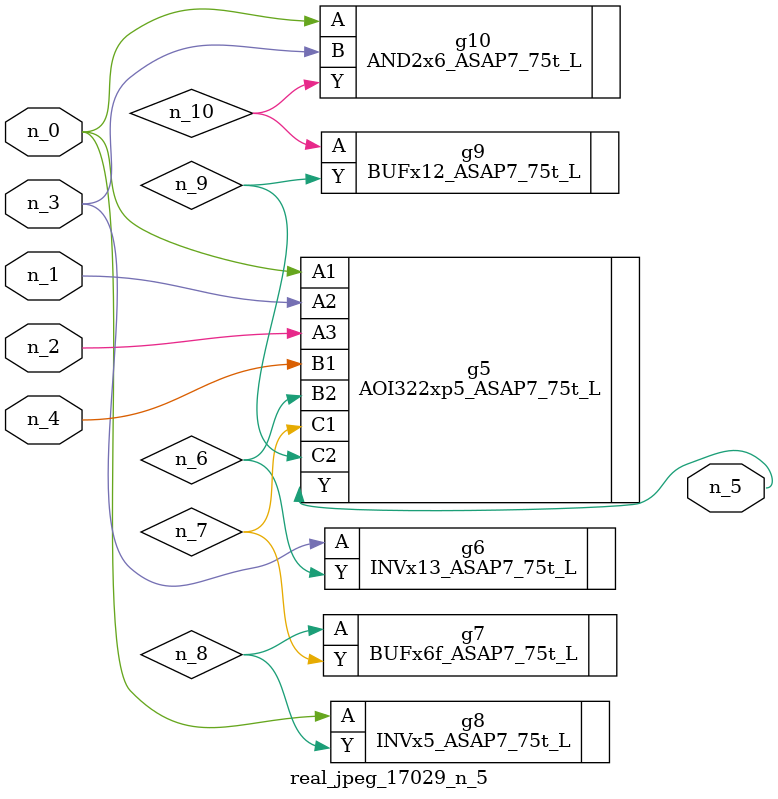
<source format=v>
module real_jpeg_17029_n_5 (n_4, n_0, n_1, n_2, n_3, n_5);

input n_4;
input n_0;
input n_1;
input n_2;
input n_3;

output n_5;

wire n_8;
wire n_6;
wire n_7;
wire n_10;
wire n_9;

AOI322xp5_ASAP7_75t_L g5 ( 
.A1(n_0),
.A2(n_1),
.A3(n_2),
.B1(n_4),
.B2(n_6),
.C1(n_7),
.C2(n_9),
.Y(n_5)
);

INVx5_ASAP7_75t_L g8 ( 
.A(n_0),
.Y(n_8)
);

AND2x6_ASAP7_75t_L g10 ( 
.A(n_0),
.B(n_3),
.Y(n_10)
);

INVx13_ASAP7_75t_L g6 ( 
.A(n_3),
.Y(n_6)
);

BUFx6f_ASAP7_75t_L g7 ( 
.A(n_8),
.Y(n_7)
);

BUFx12_ASAP7_75t_L g9 ( 
.A(n_10),
.Y(n_9)
);


endmodule
</source>
